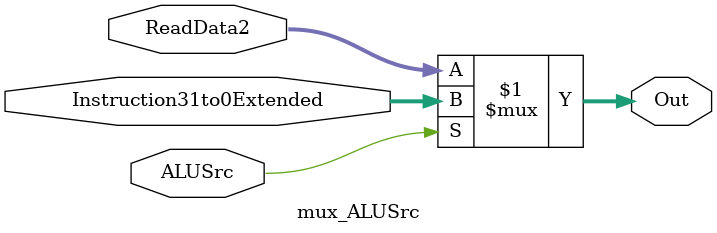
<source format=v>
module mux_ALUSrc(input[63:0] ReadData2,input[63:0] Instruction31to0Extended,input ALUSrc,output[63:0] Out);


assign Out = (ALUSrc) ? Instruction31to0Extended:ReadData2 ; 

endmodule 
</source>
